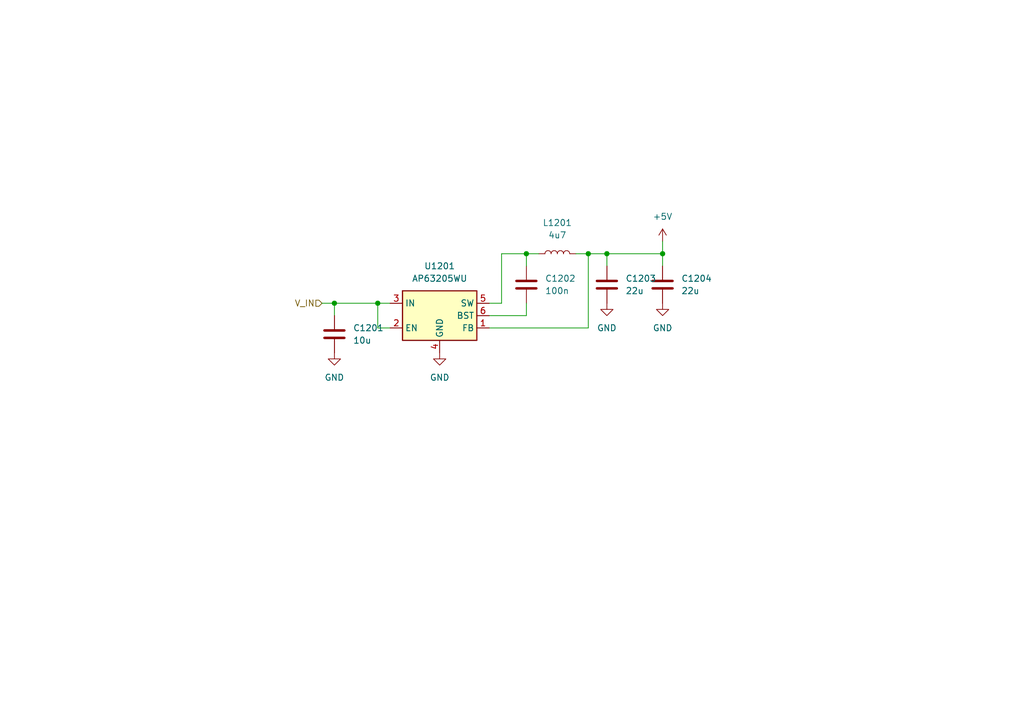
<source format=kicad_sch>
(kicad_sch (version 20211123) (generator eeschema)
  (paper "A5")
  (lib_symbols
    (symbol "Device:C" (pin_numbers hide) (pin_names (offset 0.254))
      (property "Reference" "C" (at 0.635 2.54 0))
      (property "Value" "C" (at 0.635 -2.54 0))
      (symbol "C_0_1"
        (polyline (pts (xy -2.032 -0.762) (xy 2.032 -0.762)) (stroke (width 0.508)))
        (polyline (pts (xy -2.032 0.762) (xy 2.032 0.762)) (stroke (width 0.508)))
      )
      (symbol "C_1_1"
        (pin passive line (at 0 3.81 270) (length 2.794) (name "~") (number "1"))
        (pin passive line (at 0 -3.81 90) (length 2.794) (name "~") (number "2"))
      )
    )
    (symbol "Device:L" (pin_numbers hide) (pin_names (offset 1.016) hide)
      (property "Reference" "L" (at -1.27 0 90))
      (property "Value" "L" (at 1.905 0 90))
      (symbol "L_0_1"
        (arc (start 0 -2.54) (mid 0.635 -1.905) (end 0 -1.27))
        (arc (start 0 -1.27) (mid 0.635 -0.635) (end 0 0))
        (arc (start 0 0) (mid 0.635 0.635) (end 0 1.27))
        (arc (start 0 1.27) (mid 0.635 1.905) (end 0 2.54))
      )
      (symbol "L_1_1"
        (pin passive line (at 0 3.81 270) (length 1.27) (name "1") (number "1"))
        (pin passive line (at 0 -3.81 90) (length 1.27) (name "2") (number "2"))
      )
    )
    (symbol "Regulator_Switching:AP63205WU"
      (property "Reference" "U" (at -7.62 6.35 0))
      (property "Value" "AP63205WU" (at 2.54 6.35 0))
      (symbol "AP63205WU_0_1"
        (rectangle (start -7.62 5.08) (end 7.62 -5.08) (stroke (width 0.254)) (fill (type background)))
      )
      (symbol "AP63205WU_1_1"
        (pin input line (at 10.16 -2.54 180) (length 2.54) (name "FB") (number "1"))
        (pin input line (at -10.16 -2.54 0) (length 2.54) (name "EN") (number "2"))
        (pin power_in line (at -10.16 2.54 0) (length 2.54) (name "IN") (number "3"))
        (pin power_in line (at 0 -7.62 90) (length 2.54) (name "GND") (number "4"))
        (pin output line (at 10.16 2.54 180) (length 2.54) (name "SW") (number "5"))
        (pin passive line (at 10.16 0 180) (length 2.54) (name "BST") (number "6"))
      )
    )
    (symbol "power:+5V" (power) (pin_names (offset 0))
      (property "Value" "+5V" (at 0 3.556 0))
      (symbol "+5V_0_1"
        (polyline (pts (xy -0.762 1.27) (xy 0 2.54)))
        (polyline (pts (xy 0 0) (xy 0 2.54)))
        (polyline (pts (xy 0 2.54) (xy 0.762 1.27)))
      )
      (symbol "+5V_1_1"
        (pin power_in line (at 0 0 90) (length 0) hide (name "+5V") (number "1"))
      )
    )
    (symbol "power:GND" (power) (pin_names (offset 0))
      (property "Value" "GND" (at 0 -3.81 0))
      (symbol "GND_0_1"
        (polyline (pts (xy 0 0) (xy 0 -1.27) (xy 1.27 -1.27) (xy 0 -2.54) (xy -1.27 -1.27) (xy 0 -1.27)))
      )
      (symbol "GND_1_1"
        (pin power_in line (at 0 0 270) (length 0) hide (name "GND") (number "1"))
      )
    )
  )
  (junction (at 68.58 62.23))
  (junction (at 135.89 52.07))
  (junction (at 107.95 52.07))
  (junction (at 120.65 52.07))
  (junction (at 124.46 52.07))
  (junction (at 77.47 62.23))
  (wire (pts (xy 80.01 67.31) (xy 77.47 67.31)))
  (wire (pts (xy 77.47 62.23) (xy 80.01 62.23)))
  (wire (pts (xy 120.65 67.31) (xy 100.33 67.31)))
  (wire (pts (xy 135.89 49.53) (xy 135.89 52.07)))
  (wire (pts (xy 100.33 64.77) (xy 107.95 64.77)))
  (wire (pts (xy 124.46 52.07) (xy 135.89 52.07)))
  (wire (pts (xy 124.46 54.61) (xy 124.46 52.07)))
  (wire (pts (xy 124.46 52.07) (xy 120.65 52.07)))
  (wire (pts (xy 66.04 62.23) (xy 68.58 62.23)))
  (wire (pts (xy 107.95 52.07) (xy 110.49 52.07)))
  (wire (pts (xy 68.58 64.77) (xy 68.58 62.23)))
  (wire (pts (xy 102.87 52.07) (xy 107.95 52.07)))
  (wire (pts (xy 120.65 52.07) (xy 120.65 67.31)))
  (wire (pts (xy 107.95 52.07) (xy 107.95 54.61)))
  (wire (pts (xy 100.33 62.23) (xy 102.87 62.23)))
  (wire (pts (xy 77.47 67.31) (xy 77.47 62.23)))
  (wire (pts (xy 118.11 52.07) (xy 120.65 52.07)))
  (wire (pts (xy 135.89 54.61) (xy 135.89 52.07)))
  (wire (pts (xy 107.95 64.77) (xy 107.95 62.23)))
  (wire (pts (xy 102.87 62.23) (xy 102.87 52.07)))
  (wire (pts (xy 68.58 62.23) (xy 77.47 62.23)))
  (hierarchical_label "V_IN" (shape input) (at 66.04 62.23 180))
  (symbol (lib_id "power:GND") (at 135.89 62.23 0) (unit 1)
    (property "Reference" "#PWR01205" (effects hide))
    (property "Value" "GND" (at 135.89 67.31 0))
  )
  (symbol (lib_id "Device:C") (at 68.58 68.58 0) (unit 1)
    (property "Reference" "C1201" (at 72.39 67.3099 0) (effects (justify left)))
    (property "Value" "10u" (at 72.39 69.8499 0) (effects (justify left)))
    (property "Footprint" "Capacitor_SMD:C_0603_1608Metric" (effects hide))
    (property "Manufacturer_Name" "Samsung Electro-Mechanics" (effects hide))
    (property "Manufacturer_Part_Number" "CL10A106KP8NNNC" (effects hide))
  )
  (symbol (lib_id "Regulator_Switching:AP63205WU") (at 90.17 64.77 0) (unit 1)
    (property "Reference" "U1201" (at 90.17 54.61 0))
    (property "Value" "AP63205WU" (at 90.17 57.15 0))
    (property "Footprint" "Package_TO_SOT_SMD:TSOT-23-6" (effects hide))
    (property "Datasheet" "https://www.diodes.com/assets/Datasheets/AP63200-AP63201-AP63203-AP63205.pdf" (effects hide))
  )
  (symbol (lib_id "power:GND") (at 90.17 72.39 0) (unit 1)
    (property "Reference" "#PWR01202" (effects hide))
    (property "Value" "GND" (at 90.17 77.47 0))
  )
  (symbol (lib_id "power:GND") (at 68.58 72.39 0) (unit 1)
    (property "Reference" "#PWR01201" (effects hide))
    (property "Value" "GND" (at 68.58 77.47 0))
  )
  (symbol (lib_id "Device:C") (at 135.89 58.42 0) (unit 1)
    (property "Reference" "C1204" (at 139.7 57.1499 0) (effects (justify left)))
    (property "Value" "22u" (at 139.7 59.6899 0) (effects (justify left)))
    (property "Footprint" "Capacitor_SMD:C_0603_1608Metric" (effects hide))
    (property "Manufacturer_Name" "Samsung Electro-Mechanics" (effects hide))
    (property "Manufacturer_Part_Number" "CL10A226MQ8NRNC" (effects hide))
  )
  (symbol (lib_id "Device:C") (at 124.46 58.42 0) (unit 1)
    (property "Reference" "C1203" (at 128.27 57.1499 0) (effects (justify left)))
    (property "Value" "22u" (at 128.27 59.6899 0) (effects (justify left)))
    (property "Footprint" "Capacitor_SMD:C_0603_1608Metric" (effects hide))
    (property "Manufacturer_Name" "Samsung Electro-Mechanics" (effects hide))
    (property "Manufacturer_Part_Number" "CL10A226MQ8NRNC" (effects hide))
  )
  (symbol (lib_id "power:+5V") (at 135.89 49.53 0) (unit 1)
    (property "Reference" "#PWR01204" (effects hide))
    (property "Value" "+5V" (at 135.89 44.45 0))
  )
  (symbol (lib_id "power:GND") (at 124.46 62.23 0) (unit 1)
    (property "Reference" "#PWR01203" (effects hide))
    (property "Value" "GND" (at 124.46 67.31 0))
  )
  (symbol (lib_id "Device:C") (at 107.95 58.42 0) (unit 1)
    (property "Reference" "C1202" (at 111.76 57.1499 0) (effects (justify left)))
    (property "Value" "100n" (at 111.76 59.6899 0) (effects (justify left)))
    (property "Footprint" "Capacitor_SMD:C_0805_2012Metric" (effects hide))
    (property "Manufacturer_Name" "Samsung Electro-Mechanics" (effects hide))
    (property "Manufacturer_Part_Number" "CL21B104KCFNNNE" (effects hide))
  )
  (symbol (lib_id "Device:L") (at 114.3 52.07 90) (unit 1)
    (property "Reference" "L1201" (at 114.3 45.72 90))
    (property "Value" "4u7" (at 114.3 48.26 90))
  )
)
</source>
